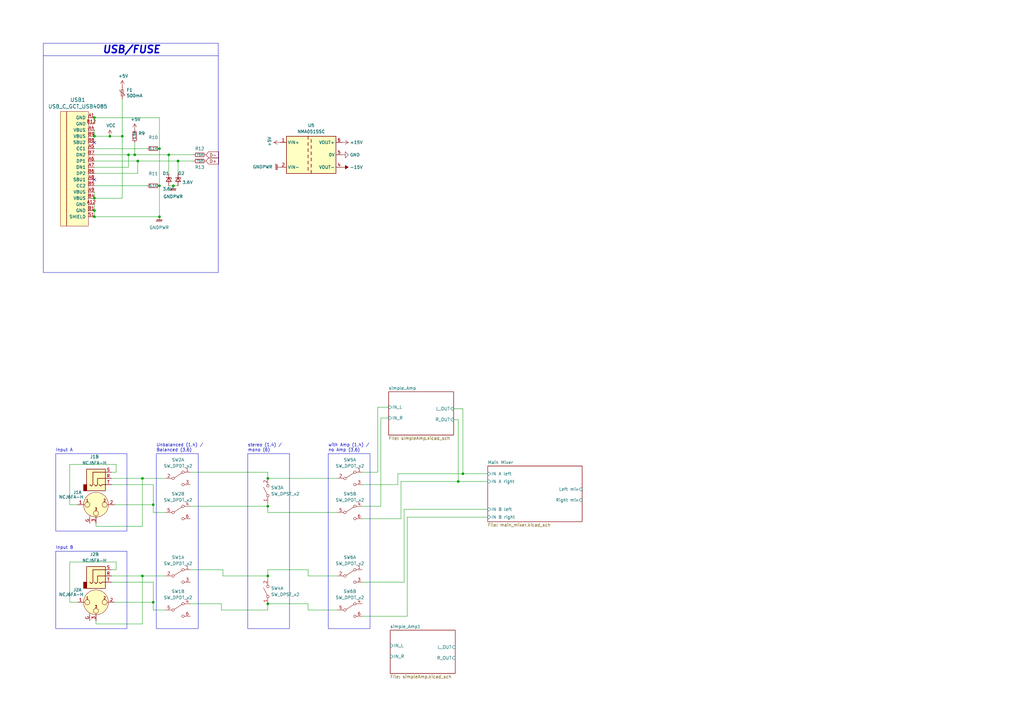
<source format=kicad_sch>
(kicad_sch (version 20230121) (generator eeschema)
  (paper "A3")
  (lib_symbols
    (symbol "Connector_Audio:NCJ6FA-H" (pin_names hide)
      (property "Reference" "J" (at 0 10.16 0))
      (property "Value" "NCJ6FA-H" (at 0 7.62 0))
      (symbol "NCJ6FA-H_1_1"
        (circle (center -3.556 0) (radius 1.016))
        (circle (center 0 -3.556) (radius 1.016))
        (polyline (pts (xy -5.08 0) (xy -4.572 0)))
        (polyline (pts (xy -2.54 -5.08) (xy -2.54 -4.445)))
        (polyline (pts (xy 0 -5.08) (xy 0 -4.572)))
        (polyline (pts (xy 5.08 0) (xy 4.572 0)))
        (circle (center 0 0) (radius 5.08) (fill (type background)))
        (circle (center 3.556 0) (radius 1.016))
        (text "1" (at -3.556 1.778 0) (effects (font (size 1.016 1.016) bold)))
        (text "2" (at 3.556 1.778 0) (effects (font (size 1.016 1.016) bold)))
        (text "3" (at 0 -1.778 0) (effects (font (size 1.016 1.016) bold)))
        (pin passive line (at -7.62 0 0) (length 2.54) (name "~") (number "1"))
        (pin passive line (at 7.62 0 180) (length 2.54) (name "~") (number "2"))
        (pin passive line (at 0 -7.62 90) (length 2.54) (name "~") (number "3"))
        (pin passive line (at -2.54 -7.62 90) (length 2.54) (name "~") (number "G"))
      )
      (symbol "NCJ6FA-H_2_1"
        (rectangle (start -5.08 -2.54) (end -6.35 -5.08) (stroke (width 0.254)) (fill (type outline)))
        (polyline (pts (xy 0 -2.54) (xy 0.635 -3.175) (xy 1.27 -2.54) (xy 2.54 -2.54)) (stroke (width 0.254)))
        (polyline (pts (xy -1.905 -2.54) (xy -1.27 -3.175) (xy -0.635 -2.54) (xy -0.635 0) (xy 2.54 0)) (stroke (width 0.254)))
        (polyline (pts (xy 2.54 2.54) (xy -2.54 2.54) (xy -2.54 -2.54) (xy -3.175 -3.175) (xy -3.81 -2.54)) (stroke (width 0.254)))
        (rectangle (start 2.54 3.81) (end -5.08 -5.08) (stroke (width 0.254)) (fill (type background)))
        (pin passive line (at 5.08 0 180) (length 2.54) (name "~") (number "R"))
        (pin passive line (at 5.08 2.54 180) (length 2.54) (name "~") (number "S"))
        (pin passive line (at 5.08 -2.54 180) (length 2.54) (name "~") (number "T"))
      )
    )
    (symbol "Device:D_Zener_Small" (pin_numbers hide) (pin_names (offset 0.254) hide)
      (property "Reference" "D" (at 0 2.286 0))
      (property "Value" "D_Zener_Small" (at 0 -2.286 0))
      (symbol "D_Zener_Small_0_1"
        (polyline (pts (xy 0.762 0) (xy -0.762 0)))
        (polyline (pts (xy -0.254 1.016) (xy -0.762 1.016) (xy -0.762 -1.016)) (stroke (width 0.254)))
        (polyline (pts (xy 0.762 1.016) (xy -0.762 0) (xy 0.762 -1.016) (xy 0.762 1.016)) (stroke (width 0.254)))
      )
      (symbol "D_Zener_Small_1_1"
        (pin passive line (at -2.54 0 0) (length 1.778) (name "K") (number "1"))
        (pin passive line (at 2.54 0 180) (length 1.778) (name "A") (number "2"))
      )
    )
    (symbol "Device:Polyfuse_Small" (pin_numbers hide) (pin_names (offset 0))
      (property "Reference" "F" (at -1.905 0 90))
      (property "Value" "Polyfuse_Small" (at 1.905 0 90))
      (symbol "Polyfuse_Small_0_1"
        (rectangle (start -0.508 1.27) (end 0.508 -1.27))
        (polyline (pts (xy 0 2.54) (xy 0 -2.54)))
        (polyline (pts (xy -1.016 1.27) (xy -1.016 0.762) (xy 1.016 -0.762) (xy 1.016 -1.27)))
      )
      (symbol "Polyfuse_Small_1_1"
        (pin passive line (at 0 2.54 270) (length 0.635) (name "~") (number "1"))
        (pin passive line (at 0 -2.54 90) (length 0.635) (name "~") (number "2"))
      )
    )
    (symbol "Device:R_Small" (pin_numbers hide) (pin_names (offset 0.254) hide)
      (property "Reference" "R" (at 0.762 0.508 0))
      (property "Value" "R_Small" (at 0.762 -1.016 0))
      (symbol "R_Small_0_1"
        (rectangle (start -0.762 1.778) (end 0.762 -1.778) (stroke (width 0.2032)))
      )
      (symbol "R_Small_1_1"
        (pin passive line (at 0 2.54 270) (length 0.762) (name "~") (number "1"))
        (pin passive line (at 0 -2.54 90) (length 0.762) (name "~") (number "2"))
      )
    )
    (symbol "Regulator_Switching:NMA0515SC"
      (property "Reference" "U" (at -10.16 8.89 0))
      (property "Value" "NMA0515SC" (at 0 8.89 0))
      (symbol "NMA0515SC_0_1"
        (rectangle (start -10.16 7.62) (end 10.16 -7.62) (stroke (width 0.254)) (fill (type background)))
        (polyline (pts (xy -1.27 -5.08) (xy -1.27 -6.35)) (stroke (width 0.254)))
        (polyline (pts (xy -1.27 -2.54) (xy -1.27 -3.81)) (stroke (width 0.254)))
        (polyline (pts (xy -1.27 0) (xy -1.27 -1.27)) (stroke (width 0.254)))
        (polyline (pts (xy -1.27 2.54) (xy -1.27 1.27)) (stroke (width 0.254)))
        (polyline (pts (xy -1.27 5.08) (xy -1.27 3.81)) (stroke (width 0.254)))
        (polyline (pts (xy -1.27 7.62) (xy -1.27 6.35)) (stroke (width 0.254)))
        (polyline (pts (xy 0 -7.62) (xy 0 -6.35)) (stroke (width 0.254)))
        (polyline (pts (xy 0 -5.08) (xy 0 -3.81)) (stroke (width 0.254)))
        (polyline (pts (xy 0 -1.27) (xy 0 -2.54)) (stroke (width 0.254)))
        (polyline (pts (xy 0 0) (xy 0 1.27)) (stroke (width 0.254)))
        (polyline (pts (xy 0 2.54) (xy 0 3.81)) (stroke (width 0.254)))
        (polyline (pts (xy 0 5.08) (xy 0 6.35)) (stroke (width 0.254)))
      )
      (symbol "NMA0515SC_1_1"
        (pin power_in line (at -12.7 5.08 0) (length 2.54) (name "VIN+") (number "1"))
        (pin power_in line (at -12.7 -5.08 0) (length 2.54) (name "VIN-") (number "2"))
        (pin power_out line (at 12.7 -5.08 180) (length 2.54) (name "VOUT-") (number "4"))
        (pin power_out line (at 12.7 0 180) (length 2.54) (name "0V") (number "5"))
        (pin power_out line (at 12.7 5.08 180) (length 2.54) (name "VOUT+") (number "6"))
      )
    )
    (symbol "Switch:SW_DPDT_x2" (pin_names (offset 0) hide)
      (property "Reference" "SW" (at 0 4.318 0))
      (property "Value" "SW_DPDT_x2" (at 0 -5.08 0))
      (symbol "SW_DPDT_x2_0_0"
        (circle (center -2.032 0) (radius 0.508))
        (circle (center 2.032 -2.54) (radius 0.508))
      )
      (symbol "SW_DPDT_x2_0_1"
        (polyline (pts (xy -1.524 0.254) (xy 1.651 2.286)))
        (circle (center 2.032 2.54) (radius 0.508))
      )
      (symbol "SW_DPDT_x2_1_1"
        (pin passive line (at 5.08 2.54 180) (length 2.54) (name "A") (number "1"))
        (pin passive line (at -5.08 0 0) (length 2.54) (name "B") (number "2"))
        (pin passive line (at 5.08 -2.54 180) (length 2.54) (name "C") (number "3"))
      )
      (symbol "SW_DPDT_x2_2_1"
        (pin passive line (at 5.08 2.54 180) (length 2.54) (name "A") (number "4"))
        (pin passive line (at -5.08 0 0) (length 2.54) (name "B") (number "5"))
        (pin passive line (at 5.08 -2.54 180) (length 2.54) (name "C") (number "6"))
      )
    )
    (symbol "Switch:SW_DPST_x2" (pin_names (offset 0) hide)
      (property "Reference" "SW" (at 0 3.175 0))
      (property "Value" "SW_DPST_x2" (at 0 -2.54 0))
      (symbol "SW_DPST_x2_0_0"
        (circle (center -2.032 0) (radius 0.508))
        (polyline (pts (xy -1.524 0.254) (xy 1.524 1.778)))
        (circle (center 2.032 0) (radius 0.508))
      )
      (symbol "SW_DPST_x2_1_1"
        (pin passive line (at -5.08 0 0) (length 2.54) (name "A") (number "1"))
        (pin passive line (at 5.08 0 180) (length 2.54) (name "B") (number "2"))
      )
      (symbol "SW_DPST_x2_2_1"
        (pin passive line (at -5.08 0 0) (length 2.54) (name "A") (number "3"))
        (pin passive line (at 5.08 0 180) (length 2.54) (name "B") (number "4"))
      )
    )
    (symbol "Type-C:USB_C_GCT_USB4085" (pin_names (offset 1.016))
      (property "Reference" "USB" (at -5.08 22.86 0))
      (property "Value" "Type-C_USB_C_GCT_USB4085" (at -10.16 -1.27 90))
      (symbol "USB_C_GCT_USB4085_0_1"
        (rectangle (start -11.43 21.59) (end -8.89 -25.4) (fill (type background)))
        (rectangle (start 0 -25.4) (end -8.89 21.59) (fill (type background)))
      )
      (symbol "USB_C_GCT_USB4085_1_1"
        (pin input line (at 2.54 19.05 180) (length 2.54) (name "GND") (number "A1"))
        (pin input line (at 2.54 -16.51 180) (length 2.54) (name "GND") (number "A12"))
        (pin input line (at 2.54 13.97 180) (length 2.54) (name "VBUS") (number "A4"))
        (pin input line (at 2.54 6.35 180) (length 2.54) (name "CC1") (number "A5"))
        (pin input line (at 2.54 1.27 180) (length 2.54) (name "DP1") (number "A6"))
        (pin input line (at 2.54 -1.27 180) (length 2.54) (name "DN1") (number "A7"))
        (pin input line (at 2.54 -6.35 180) (length 2.54) (name "SBU1") (number "A8"))
        (pin input line (at 2.54 -11.43 180) (length 2.54) (name "VBUS") (number "A9"))
        (pin input line (at 2.54 -19.05 180) (length 2.54) (name "GND") (number "B1"))
        (pin input line (at 2.54 16.51 180) (length 2.54) (name "GND") (number "B12"))
        (pin input line (at 2.54 -13.97 180) (length 2.54) (name "VBUS") (number "B4"))
        (pin input line (at 2.54 -8.89 180) (length 2.54) (name "CC2") (number "B5"))
        (pin input line (at 2.54 -3.81 180) (length 2.54) (name "DP2") (number "B6"))
        (pin input line (at 2.54 3.81 180) (length 2.54) (name "DN2") (number "B7"))
        (pin input line (at 2.54 8.89 180) (length 2.54) (name "SBU2") (number "B8"))
        (pin input line (at 2.54 11.43 180) (length 2.54) (name "VBUS") (number "B9"))
        (pin input line (at 2.54 -21.59 180) (length 2.54) (name "SHIELD") (number "S1"))
      )
    )
    (symbol "power:+15V" (power) (pin_names (offset 0))
      (property "Value" "+15V" (at 0 3.556 0))
      (symbol "+15V_0_1"
        (polyline (pts (xy -0.762 1.27) (xy 0 2.54)))
        (polyline (pts (xy 0 0) (xy 0 2.54)))
        (polyline (pts (xy 0 2.54) (xy 0.762 1.27)))
      )
      (symbol "+15V_1_1"
        (pin power_in line (at 0 0 90) (length 0) hide (name "+15V") (number "1"))
      )
    )
    (symbol "power:+5V" (power) (pin_names (offset 0))
      (property "Value" "+5V" (at 0 3.556 0))
      (symbol "+5V_0_1"
        (polyline (pts (xy -0.762 1.27) (xy 0 2.54)))
        (polyline (pts (xy 0 0) (xy 0 2.54)))
        (polyline (pts (xy 0 2.54) (xy 0.762 1.27)))
      )
      (symbol "+5V_1_1"
        (pin power_in line (at 0 0 90) (length 0) hide (name "+5V") (number "1"))
      )
    )
    (symbol "power:-15V" (power) (pin_names (offset 0))
      (property "Value" "-15V" (at 0 3.81 0))
      (symbol "-15V_0_0"
        (pin power_in line (at 0 0 90) (length 0) hide (name "-15V") (number "1"))
      )
      (symbol "-15V_0_1"
        (polyline (pts (xy 0 0) (xy 0 1.27) (xy 0.762 1.27) (xy 0 2.54) (xy -0.762 1.27) (xy 0 1.27)) (fill (type outline)))
      )
    )
    (symbol "power:GND" (power) (pin_names (offset 0))
      (property "Value" "GND" (at 0 -3.81 0))
      (symbol "GND_0_1"
        (polyline (pts (xy 0 0) (xy 0 -1.27) (xy 1.27 -1.27) (xy 0 -2.54) (xy -1.27 -1.27) (xy 0 -1.27)))
      )
      (symbol "GND_1_1"
        (pin power_in line (at 0 0 270) (length 0) hide (name "GND") (number "1"))
      )
    )
    (symbol "power:GNDPWR" (power) (pin_names (offset 0))
      (property "Value" "GNDPWR" (at 0 -3.302 0))
      (symbol "GNDPWR_0_1"
        (polyline (pts (xy 0 -1.27) (xy 0 0)))
        (polyline (pts (xy -1.016 -1.27) (xy -1.27 -2.032) (xy -1.27 -2.032)) (stroke (width 0.2032)))
        (polyline (pts (xy -0.508 -1.27) (xy -0.762 -2.032) (xy -0.762 -2.032)) (stroke (width 0.2032)))
        (polyline (pts (xy 0 -1.27) (xy -0.254 -2.032) (xy -0.254 -2.032)) (stroke (width 0.2032)))
        (polyline (pts (xy 0.508 -1.27) (xy 0.254 -2.032) (xy 0.254 -2.032)) (stroke (width 0.2032)))
        (polyline (pts (xy 1.016 -1.27) (xy -1.016 -1.27) (xy -1.016 -1.27)) (stroke (width 0.2032)))
        (polyline (pts (xy 1.016 -1.27) (xy 0.762 -2.032) (xy 0.762 -2.032) (xy 0.762 -2.032)) (stroke (width 0.2032)))
      )
      (symbol "GNDPWR_1_1"
        (pin power_in line (at 0 0 270) (length 0) hide (name "GNDPWR") (number "1"))
      )
    )
    (symbol "power:VCC" (power) (pin_names (offset 0))
      (property "Value" "VCC" (at 0 3.81 0))
      (symbol "VCC_0_1"
        (polyline (pts (xy -0.762 1.27) (xy 0 2.54)))
        (polyline (pts (xy 0 0) (xy 0 2.54)))
        (polyline (pts (xy 0 2.54) (xy 0.762 1.27)))
      )
      (symbol "VCC_1_1"
        (pin power_in line (at 0 0 90) (length 0) hide (name "VCC") (number "1"))
      )
    )
  )
  (junction (at 38.735 88.9))
  (junction (at 62.865 247.015))
  (junction (at 38.735 86.36))
  (junction (at 71.12 76.2))
  (junction (at 109.855 247.65))
  (junction (at 189.865 194.31))
  (junction (at 65.405 60.96))
  (junction (at 58.42 196.215))
  (junction (at 69.215 63.5))
  (junction (at 187.96 197.485))
  (junction (at 38.735 48.26))
  (junction (at 55.245 63.5))
  (junction (at 38.735 55.88))
  (junction (at 58.42 236.22))
  (junction (at 109.855 236.22))
  (junction (at 45.085 55.88))
  (junction (at 109.855 196.215))
  (junction (at 62.865 207.01))
  (junction (at 50.165 55.88))
  (junction (at 65.405 88.9))
  (junction (at 109.855 207.645))
  (junction (at 65.405 76.2))
  (junction (at 38.735 81.28))
  (junction (at 56.515 66.04))
  (junction (at 73.025 66.04))
  (junction (at 52.705 63.5))
  (no_connect (at 38.735 58.42))
  (no_connect (at 38.735 73.66))
  (wire (pts (xy 109.855 250.19) (xy 109.855 247.65)))
  (wire (pts (xy 65.405 60.96) (xy 65.405 76.2)))
  (wire (pts (xy 62.865 247.015) (xy 62.865 250.19)))
  (wire (pts (xy 45.72 238.76) (xy 62.865 238.76)))
  (wire (pts (xy 50.165 81.28) (xy 50.165 55.88)))
  (wire (pts (xy 58.42 255.905) (xy 58.42 236.22)))
  (wire (pts (xy 78.105 233.68) (xy 91.44 233.68)))
  (wire (pts (xy 186.055 167.64) (xy 189.865 167.64)))
  (wire (pts (xy 52.705 63.5) (xy 38.735 63.5)))
  (wire (pts (xy 167.005 212.09) (xy 200.025 212.09)))
  (wire (pts (xy 109.855 247.65) (xy 126.365 247.65)))
  (wire (pts (xy 163.195 198.755) (xy 163.195 194.31)))
  (wire (pts (xy 148.59 198.755) (xy 163.195 198.755)))
  (wire (pts (xy 109.855 236.22) (xy 109.855 237.49)))
  (wire (pts (xy 189.865 194.31) (xy 200.025 194.31)))
  (wire (pts (xy 28.575 207.01) (xy 31.75 207.01)))
  (wire (pts (xy 39.37 254.635) (xy 39.37 255.905)))
  (wire (pts (xy 148.59 252.73) (xy 167.005 252.73)))
  (wire (pts (xy 38.735 86.36) (xy 38.735 88.9)))
  (wire (pts (xy 45.72 193.675) (xy 47.625 193.675)))
  (wire (pts (xy 55.245 63.5) (xy 52.705 63.5)))
  (wire (pts (xy 38.735 83.82) (xy 38.735 86.36)))
  (wire (pts (xy 38.735 55.88) (xy 45.085 55.88)))
  (wire (pts (xy 90.805 247.65) (xy 90.805 250.19)))
  (polyline (pts (xy 17.78 22.86) (xy 89.535 22.86)))
  (wire (pts (xy 148.59 212.725) (xy 164.465 212.725)))
  (polyline (pts (xy 89.535 111.76) (xy 89.535 17.78)))
  (wire (pts (xy 47.625 193.675) (xy 47.625 190.5)))
  (wire (pts (xy 39.37 214.63) (xy 39.37 215.9)))
  (wire (pts (xy 167.005 252.73) (xy 167.005 212.09)))
  (wire (pts (xy 109.855 233.68) (xy 109.855 236.22)))
  (wire (pts (xy 73.025 71.12) (xy 73.025 66.04)))
  (wire (pts (xy 156.21 207.645) (xy 156.21 171.45)))
  (wire (pts (xy 165.735 208.915) (xy 200.025 208.915)))
  (wire (pts (xy 73.025 66.04) (xy 79.375 66.04)))
  (wire (pts (xy 38.735 68.58) (xy 52.705 68.58)))
  (wire (pts (xy 62.865 207.01) (xy 62.865 210.185)))
  (wire (pts (xy 39.37 215.9) (xy 58.42 215.9)))
  (wire (pts (xy 148.59 193.675) (xy 154.94 193.675)))
  (wire (pts (xy 164.465 197.485) (xy 187.96 197.485)))
  (wire (pts (xy 38.735 81.28) (xy 50.165 81.28)))
  (wire (pts (xy 46.99 247.015) (xy 62.865 247.015)))
  (wire (pts (xy 56.515 66.04) (xy 73.025 66.04)))
  (wire (pts (xy 148.59 207.645) (xy 156.21 207.645)))
  (wire (pts (xy 186.055 172.085) (xy 187.96 172.085)))
  (wire (pts (xy 45.085 55.88) (xy 50.165 55.88)))
  (wire (pts (xy 126.365 250.19) (xy 138.43 250.19)))
  (wire (pts (xy 69.215 63.5) (xy 79.375 63.5)))
  (wire (pts (xy 38.735 48.26) (xy 65.405 48.26)))
  (wire (pts (xy 126.365 236.22) (xy 138.43 236.22)))
  (polyline (pts (xy 17.78 17.78) (xy 17.78 111.76)))
  (wire (pts (xy 109.855 196.215) (xy 138.43 196.215)))
  (wire (pts (xy 65.405 48.26) (xy 65.405 60.96)))
  (wire (pts (xy 91.44 233.68) (xy 91.44 236.22)))
  (wire (pts (xy 45.72 236.22) (xy 58.42 236.22)))
  (wire (pts (xy 28.575 190.5) (xy 28.575 207.01)))
  (polyline (pts (xy 17.78 111.76) (xy 89.535 111.76)))
  (wire (pts (xy 187.96 172.085) (xy 187.96 197.485)))
  (wire (pts (xy 62.865 238.76) (xy 62.865 247.015)))
  (wire (pts (xy 126.365 233.68) (xy 126.365 236.22)))
  (wire (pts (xy 38.735 76.2) (xy 60.325 76.2)))
  (wire (pts (xy 39.37 255.905) (xy 58.42 255.905)))
  (wire (pts (xy 58.42 236.22) (xy 67.945 236.22)))
  (wire (pts (xy 156.21 171.45) (xy 159.385 171.45)))
  (wire (pts (xy 69.215 63.5) (xy 55.245 63.5)))
  (wire (pts (xy 148.59 238.76) (xy 165.735 238.76)))
  (wire (pts (xy 56.515 71.12) (xy 56.515 66.04)))
  (wire (pts (xy 38.735 66.04) (xy 56.515 66.04)))
  (wire (pts (xy 78.105 207.645) (xy 109.855 207.645)))
  (wire (pts (xy 38.735 81.28) (xy 38.735 78.74)))
  (wire (pts (xy 46.99 207.01) (xy 62.865 207.01)))
  (wire (pts (xy 62.865 198.755) (xy 62.865 207.01)))
  (wire (pts (xy 58.42 215.9) (xy 58.42 196.215)))
  (wire (pts (xy 47.625 233.68) (xy 47.625 230.505)))
  (wire (pts (xy 91.44 236.22) (xy 109.855 236.22)))
  (wire (pts (xy 38.735 71.12) (xy 56.515 71.12)))
  (wire (pts (xy 38.735 88.9) (xy 65.405 88.9)))
  (wire (pts (xy 154.94 167.005) (xy 159.385 167.005)))
  (wire (pts (xy 38.735 60.96) (xy 60.325 60.96)))
  (wire (pts (xy 28.575 230.505) (xy 28.575 247.015)))
  (wire (pts (xy 62.865 250.19) (xy 67.945 250.19)))
  (wire (pts (xy 78.105 247.65) (xy 90.805 247.65)))
  (wire (pts (xy 58.42 196.215) (xy 67.945 196.215)))
  (wire (pts (xy 109.855 193.675) (xy 109.855 196.215)))
  (wire (pts (xy 71.12 76.2) (xy 73.025 76.2)))
  (wire (pts (xy 45.72 198.755) (xy 62.865 198.755)))
  (wire (pts (xy 38.735 50.8) (xy 38.735 48.26)))
  (wire (pts (xy 38.735 55.88) (xy 38.735 53.34)))
  (wire (pts (xy 90.805 250.19) (xy 109.855 250.19)))
  (wire (pts (xy 69.215 71.12) (xy 69.215 63.5)))
  (wire (pts (xy 78.105 193.675) (xy 109.855 193.675)))
  (wire (pts (xy 154.94 193.675) (xy 154.94 167.005)))
  (wire (pts (xy 109.855 210.185) (xy 109.855 207.645)))
  (wire (pts (xy 189.865 167.64) (xy 189.865 194.31)))
  (polyline (pts (xy 89.535 17.78) (xy 17.78 17.78)))
  (wire (pts (xy 55.245 63.5) (xy 55.245 58.42)))
  (wire (pts (xy 45.72 233.68) (xy 47.625 233.68)))
  (wire (pts (xy 45.72 196.215) (xy 58.42 196.215)))
  (wire (pts (xy 109.855 233.68) (xy 126.365 233.68)))
  (wire (pts (xy 69.215 76.2) (xy 71.12 76.2)))
  (wire (pts (xy 163.195 194.31) (xy 189.865 194.31)))
  (wire (pts (xy 187.96 197.485) (xy 200.025 197.485)))
  (wire (pts (xy 65.405 76.2) (xy 65.405 88.9)))
  (wire (pts (xy 165.735 238.76) (xy 165.735 208.915)))
  (wire (pts (xy 164.465 212.725) (xy 164.465 197.485)))
  (wire (pts (xy 109.855 210.185) (xy 138.43 210.185)))
  (wire (pts (xy 109.855 207.645) (xy 109.855 206.375)))
  (wire (pts (xy 50.165 55.88) (xy 50.165 40.64)))
  (wire (pts (xy 47.625 230.505) (xy 28.575 230.505)))
  (wire (pts (xy 52.705 68.58) (xy 52.705 63.5)))
  (wire (pts (xy 126.365 247.65) (xy 126.365 250.19)))
  (wire (pts (xy 62.865 210.185) (xy 67.945 210.185)))
  (wire (pts (xy 28.575 247.015) (xy 31.75 247.015)))
  (wire (pts (xy 47.625 190.5) (xy 28.575 190.5)))
  (rectangle (start 22.86 186.055) (end 52.07 217.805))
  (rectangle (start 64.135 186.055) (end 81.28 257.81))
  (rectangle (start 134.62 186.055) (end 151.765 257.81))
  (rectangle (start 101.6 186.055) (end 118.745 257.81))
  (rectangle (start 22.86 226.06) (end 52.07 257.81))
  (text "Input A" (at 22.86 185.42 0) (effects (font (size 1.27 1.27)) (justify left bottom)))
  (text "Unbalanced (1,4) /\nBalanced (3,6)" (at 64.135 185.42 0) (effects (font (size 1.27 1.27)) (justify left bottom)))
  (text "with Amp (1,4) / \nno Amp (3,6)" (at 134.62 185.42 0) (effects (font (size 1.27 1.27)) (justify left bottom)))
  (text "stereo (1,4) / \nmono (6)" (at 101.6 185.42 0) (effects (font (size 1.27 1.27)) (justify left bottom)))
  (text "USB/FUSE" (at 66.04 22.225 0) (effects (font (size 2.9972 2.9972) (thickness 0.5994) bold italic) (justify right bottom)))
  (text "Input B" (at 22.86 225.425 0) (effects (font (size 1.27 1.27)) (justify left bottom)))
  (global_label "D+" (shape input) (at 84.455 66.04 0) (property "Intersheetrefs" "${INTERSHEET_REFS}" (effects hide)))
  (global_label "D-" (shape input) (at 84.455 63.5 0) (property "Intersheetrefs" "${INTERSHEET_REFS}" (effects hide)))
  (symbol (lib_id "Switch:SW_DPDT_x2") (at 73.025 250.19 0) (unit 2)
    (property "Reference" "SW1" (at 73.025 242.57 0))
    (property "Value" "SW_DPDT_x2" (at 73.025 245.11 0))
  )
  (symbol (lib_id "power:GNDPWR") (at 114.935 68.58 270) (unit 1)
    (property "Reference" "#PWR014" (effects hide))
    (property "Value" "GNDPWR" (at 111.76 68.453 90) (effects (justify right)))
  )
  (symbol (lib_id "Regulator_Switching:NMA0515SC") (at 127.635 63.5 0) (unit 1)
    (property "Reference" "U5" (at 127.635 51.435 0))
    (property "Value" "NMA0515SC" (at 127.635 53.975 0))
    (property "Footprint" "Converter_DCDC:Converter_DCDC_Murata_NMAxxxxSC_THT" (effects hide))
    (property "Datasheet" "http://power.murata.com/data/power/ncl/kdc_nma.pdf" (effects hide))
  )
  (symbol (lib_id "power:-15V") (at 140.335 68.58 270) (unit 1)
    (property "Reference" "#PWR016" (effects hide))
    (property "Value" "-15V" (at 143.51 68.58 90) (effects (justify left)))
  )
  (symbol (lib_id "power:GNDPWR") (at 71.12 76.2 0) (unit 1)
    (property "Reference" "#PWR012" (effects hide))
    (property "Value" "GNDPWR" (at 70.993 80.645 0))
  )
  (symbol (lib_id "Switch:SW_DPDT_x2") (at 143.51 250.19 0) (unit 2)
    (property "Reference" "SW6" (at 143.51 242.57 0))
    (property "Value" "SW_DPDT_x2" (at 143.51 245.11 0))
  )
  (symbol (lib_id "Type-C:USB_C_GCT_USB4085") (at 36.195 67.31 0) (unit 1)
    (property "Reference" "USB1" (at 31.9024 40.9702 0) (effects (font (size 1.524 1.524))))
    (property "Value" "USB_C_GCT_USB4085" (at 31.9024 43.6626 0) (effects (font (size 1.524 1.524))))
    (property "Footprint" "Type-C:USB_C_GCT_USB4085" (effects hide))
  )
  (symbol (lib_id "Switch:SW_DPDT_x2") (at 73.025 210.185 0) (unit 2)
    (property "Reference" "SW2" (at 73.025 202.565 0))
    (property "Value" "SW_DPDT_x2" (at 73.025 205.105 0))
  )
  (symbol (lib_id "Device:D_Zener_Small") (at 69.215 73.66 270) (unit 1)
    (property "Reference" "D1" (at 66.675 71.12 90) (effects (justify left)))
    (property "Value" "3.6V" (at 66.675 77.47 90) (effects (justify left)))
    (property "Footprint" "Diode_THT:D_DO-35_SOD27_P5.08mm_Horizontal" (effects hide))
  )
  (symbol (lib_id "Switch:SW_DPST_x2") (at 109.855 201.295 90) (unit 1)
    (property "Reference" "SW3" (at 111.125 200.025 90) (effects (justify right)))
    (property "Value" "SW_DPST_x2" (at 111.125 202.565 90) (effects (justify right)))
  )
  (symbol (lib_id "Switch:SW_DPDT_x2") (at 73.025 196.215 0) (unit 1)
    (property "Reference" "SW2" (at 73.025 188.595 0))
    (property "Value" "SW_DPDT_x2" (at 73.025 191.135 0))
  )
  (symbol (lib_id "Device:R_Small") (at 62.865 60.96 270) (unit 1)
    (property "Reference" "R10" (at 62.865 56.388 90))
    (property "Value" "5.1K" (at 62.865 60.96 90) (effects (font (size 0.9906 0.9906))))
    (property "Footprint" "Resistor_THT:R_Axial_DIN0204_L3.6mm_D1.6mm_P5.08mm_Horizontal" (effects hide))
  )
  (symbol (lib_id "power:+5V") (at 50.165 35.56 0) (unit 1)
    (property "Reference" "#PWR09" (effects hide))
    (property "Value" "+5V" (at 50.546 31.1658 0))
  )
  (symbol (lib_id "Connector_Audio:NCJ6FA-H") (at 39.37 207.01 0) (unit 1)
    (property "Reference" "J1" (at 31.75 201.93 0))
    (property "Value" "NCJ6FA-H" (at 29.21 203.835 0))
    (property "Footprint" "Connector_Audio:Jack_XLR-6.35mm_Neutrik_NCJ6FA-H_Horizontal" (effects hide))
    (property "Datasheet" "https://www.neutrik.com/en/product/ncj6fa-h" (effects hide))
  )
  (symbol (lib_id "power:+5V") (at 114.935 58.42 90) (unit 1)
    (property "Reference" "#PWR013" (effects hide))
    (property "Value" "+5V" (at 110.5408 58.039 0))
  )
  (symbol (lib_id "power:GND") (at 140.335 63.5 90) (unit 1)
    (property "Reference" "#PWR017" (effects hide))
    (property "Value" "GND" (at 143.51 63.5 90) (effects (justify right)))
  )
  (symbol (lib_id "Switch:SW_DPDT_x2") (at 73.025 236.22 0) (unit 1)
    (property "Reference" "SW1" (at 73.025 228.6 0))
    (property "Value" "SW_DPDT_x2" (at 73.025 231.14 0))
  )
  (symbol (lib_id "Switch:SW_DPST_x2") (at 109.855 242.57 90) (unit 1)
    (property "Reference" "SW4" (at 111.125 241.3 90) (effects (justify right)))
    (property "Value" "SW_DPST_x2" (at 111.125 243.84 90) (effects (justify right)))
  )
  (symbol (lib_id "Device:D_Zener_Small") (at 73.025 73.66 270) (unit 1)
    (property "Reference" "D2" (at 73.025 71.12 90) (effects (justify left)))
    (property "Value" "3.6V" (at 74.7522 74.803 90) (effects (justify left)))
    (property "Footprint" "Diode_THT:D_DO-35_SOD27_P5.08mm_Horizontal" (effects hide))
  )
  (symbol (lib_id "Device:Polyfuse_Small") (at 50.165 38.1 0) (unit 1)
    (property "Reference" "F1" (at 51.8922 36.9316 0) (effects (justify left)))
    (property "Value" "500mA" (at 51.8922 39.243 0) (effects (justify left)))
    (property "Footprint" "keyboard_parts:polyfuse_5.1mm" (effects hide))
  )
  (symbol (lib_id "Connector_Audio:NCJ6FA-H") (at 40.64 196.215 0) (unit 2)
    (property "Reference" "J1" (at 38.735 187.325 0))
    (property "Value" "NCJ6FA-H" (at 38.735 189.865 0))
    (property "Footprint" "Connector_Audio:Jack_XLR-6.35mm_Neutrik_NCJ6FA-H_Horizontal" (effects hide))
    (property "Datasheet" "https://www.neutrik.com/en/product/ncj6fa-h" (effects hide))
  )
  (symbol (lib_id "Device:R_Small") (at 81.915 66.04 270) (unit 1)
    (property "Reference" "R13" (at 81.915 68.58 90))
    (property "Value" "75R" (at 81.915 66.04 90) (effects (font (size 0.9906 0.9906))))
    (property "Footprint" "Resistor_THT:R_Axial_DIN0204_L3.6mm_D1.6mm_P5.08mm_Horizontal" (effects hide))
  )
  (symbol (lib_id "Device:R_Small") (at 62.865 76.2 270) (unit 1)
    (property "Reference" "R11" (at 62.865 71.2216 90))
    (property "Value" "5.1K" (at 62.865 76.2 90) (effects (font (size 0.9906 0.9906))))
    (property "Footprint" "Resistor_THT:R_Axial_DIN0204_L3.6mm_D1.6mm_P5.08mm_Horizontal" (effects hide))
  )
  (symbol (lib_id "power:+5V") (at 55.245 53.34 0) (unit 1)
    (property "Reference" "#PWR010" (effects hide))
    (property "Value" "+5V" (at 55.626 48.9458 0))
  )
  (symbol (lib_id "Switch:SW_DPDT_x2") (at 143.51 196.215 0) (unit 1)
    (property "Reference" "SW5" (at 143.51 188.595 0))
    (property "Value" "SW_DPDT_x2" (at 143.51 191.135 0))
  )
  (symbol (lib_id "Switch:SW_DPDT_x2") (at 143.51 210.185 0) (unit 2)
    (property "Reference" "SW5" (at 143.51 202.565 0))
    (property "Value" "SW_DPDT_x2" (at 143.51 205.105 0))
  )
  (symbol (lib_id "Device:R_Small") (at 55.245 55.88 0) (unit 1)
    (property "Reference" "R9" (at 56.7436 54.7116 0) (effects (justify left)))
    (property "Value" "1.5K" (at 55.245 57.15 90) (effects (font (size 0.9906 0.9906)) (justify left)))
    (property "Footprint" "Resistor_THT:R_Axial_DIN0204_L3.6mm_D1.6mm_P5.08mm_Horizontal" (effects hide))
  )
  (symbol (lib_id "power:+15V") (at 140.335 58.42 270) (unit 1)
    (property "Reference" "#PWR015" (effects hide))
    (property "Value" "+15V" (at 143.51 58.42 90) (effects (justify left)))
  )
  (symbol (lib_id "Connector_Audio:NCJ6FA-H") (at 39.37 247.015 0) (unit 1)
    (property "Reference" "J2" (at 31.75 241.935 0))
    (property "Value" "NCJ6FA-H" (at 29.21 243.84 0))
    (property "Footprint" "Connector_Audio:Jack_XLR-6.35mm_Neutrik_NCJ6FA-H_Horizontal" (effects hide))
    (property "Datasheet" "https://www.neutrik.com/en/product/ncj6fa-h" (effects hide))
  )
  (symbol (lib_id "power:GNDPWR") (at 65.405 88.9 0) (unit 1)
    (property "Reference" "#PWR011" (effects hide))
    (property "Value" "GNDPWR" (at 65.278 93.345 0))
  )
  (symbol (lib_id "Connector_Audio:NCJ6FA-H") (at 40.64 236.22 0) (unit 2)
    (property "Reference" "J2" (at 38.735 227.33 0))
    (property "Value" "NCJ6FA-H" (at 38.735 229.87 0))
    (property "Footprint" "Connector_Audio:Jack_XLR-6.35mm_Neutrik_NCJ6FA-H_Horizontal" (effects hide))
    (property "Datasheet" "https://www.neutrik.com/en/product/ncj6fa-h" (effects hide))
  )
  (symbol (lib_id "Switch:SW_DPDT_x2") (at 143.51 236.22 0) (unit 1)
    (property "Reference" "SW6" (at 143.51 228.6 0))
    (property "Value" "SW_DPDT_x2" (at 143.51 231.14 0))
  )
  (symbol (lib_id "Device:R_Small") (at 81.915 63.5 90) (unit 1)
    (property "Reference" "R12" (at 81.915 60.96 90))
    (property "Value" "75R" (at 81.915 63.5 90) (effects (font (size 0.9906 0.9906))))
    (property "Footprint" "Resistor_THT:R_Axial_DIN0204_L3.6mm_D1.6mm_P5.08mm_Horizontal" (effects hide))
  )
  (symbol (lib_id "power:VCC") (at 45.085 55.88 0) (unit 1)
    (property "Reference" "#PWR08" (effects hide))
    (property "Value" "VCC" (at 45.5168 51.4858 0))
  )
  (sheet (at 160.02 258.445) (size 26.67 17.78) (stroke (width 0.1524))
    (property "Sheetname" "simple_Amp1" (at 160.02 257.7334 0) (effects (justify left bottom)))
    (property "Sheetfile" "simpleAmp.kicad_sch" (at 160.02 276.8096 0) (effects (justify left top)))
    (pin "IN_L" input (at 160.02 264.795 180))
    (pin "IN_R" input (at 160.02 269.24 180))
    (pin "R_OUT" input (at 186.69 269.875 0))
    (pin "L_OUT" input (at 186.69 265.43 0))
  )
  (sheet (at 200.025 191.135) (size 38.735 22.86) (stroke (width 0.1524))
    (property "Sheetname" "Main Mixer" (at 200.025 190.4234 0) (effects (justify left bottom)))
    (property "Sheetfile" "main_mixer.kicad_sch" (at 200.025 214.5796 0) (effects (justify left top)))
    (pin "IN A right" input (at 200.025 197.485 180))
    (pin "IN A left" input (at 200.025 194.31 180))
    (pin "IN B left" input (at 200.025 208.915 180))
    (pin "IN B right" input (at 200.025 212.09 180))
    (pin "Right mix" input (at 238.76 205.105 0))
    (pin "Left mix" input (at 238.76 200.66 0))
  )
  (sheet (at 159.385 160.655) (size 26.67 17.78) (stroke (width 0.1524))
    (property "Sheetname" "simple_Amp" (at 159.385 159.9434 0) (effects (justify left bottom)))
    (property "Sheetfile" "simpleAmp.kicad_sch" (at 159.385 179.0196 0) (effects (justify left top)))
    (pin "IN_L" input (at 159.385 167.005 180))
    (pin "IN_R" input (at 159.385 171.45 180))
    (pin "R_OUT" input (at 186.055 172.085 0))
    (pin "L_OUT" input (at 186.055 167.64 0))
  )
)
</source>
